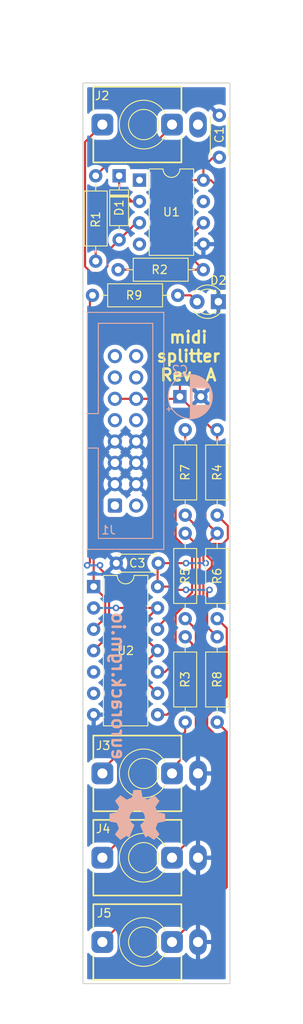
<source format=kicad_pcb>
(kicad_pcb (version 20211014) (generator pcbnew)
  (title_block (title "midi-splitter") (date "2022-11-20") (rev "A"))
  (layers (0 "F.Cu" signal) (31 "B.Cu" signal) (34 "B.Paste" user) (35 "F.Paste" user) (36 "B.SilkS" user "B.Silkscreen") (37 "F.SilkS" user "F.Silkscreen") (38 "B.Mask" user) (39 "F.Mask" user) (44 "Edge.Cuts" user))
  (net 0 "")
  (net 1 "GND")
  (net 2 "+5V")
  (net 3 "Net-(D1-Pad2)")
  (net 4 "Net-(D1-Pad1)")
  (net 5 "MIDI_IN")
  (net 6 "Net-(J2-PadR)")
  (net 7 "Net-(J3-PadT)")
  (net 8 "Net-(J3-PadR)")
  (net 9 "Net-(J4-PadT)")
  (net 10 "Net-(J4-PadR)")
  (net 11 "Net-(J5-PadT)")
  (net 12 "Net-(J5-PadR)")
  (net 13 "MIDI_OUT_1")
  (net 14 "MIDI_OUT_2")
  (net 15 "MIDI_OUT_3")
  (net 16 "Net-(D2-Pad2)")
  (net 17 "LED")
  (net 29 "Net-(U2-Pad11)")
  (footprint "Capacitor_THT:C_Disc_D4.3mm_W1.9mm_P5.00mm" (layer "F.Cu") (at 157.597 57.11 90)
    (fp_text reference "C1" (at 2.667 0 90) (layer "F.SilkS"))
    (fp_text value "100n")
    (pad "1" thru_hole circle (at 0 0 90) (size 1.6 1.6) (drill 0.8) (layers *.Cu *.Mask) (net 2 "+5V"))
    (pad "2" thru_hole circle (at 5 0 90) (size 1.6 1.6) (drill 0.8) (layers *.Cu *.Mask) (net 1 "GND"))
  )
  (footprint "LED_THT:LED_D3.0mm" (layer "F.Cu") (at 157.485 74.295 180)
    (fp_text reference "D2" (at 0.005 2.54 180) (layer "F.SilkS"))
    (fp_text value "LED")
    (pad "1" thru_hole rect (at 0 0 180) (size 1.8 1.8) (drill 0.9) (layers *.Cu *.Mask) (net 1 "GND"))
    (pad "2" thru_hole circle (at 2.54 0 180) (size 1.8 1.8) (drill 0.9) (layers *.Cu *.Mask) (net 16 "Net-(D2-Pad2)"))
  )
  (footprint "Diode_THT:D_DO-35_SOD27_P7.62mm_Horizontal" (layer "F.Cu") (at 145.659 59.309 -90)
    (fp_text reference "D1" (at 3.81 0 90) (layer "F.SilkS"))
    (fp_text value "1N4148")
    (pad "1" thru_hole rect (at 0 0 270) (size 1.6 1.6) (drill 0.8) (layers *.Cu *.Mask) (net 4 "Net-(D1-Pad1)"))
    (pad "2" thru_hole oval (at 7.62 0 270) (size 1.6 1.6) (drill 0.8) (layers *.Cu *.Mask) (net 3 "Net-(D1-Pad2)"))
  )
  (footprint "eurorack:Jack_3.5mm_QingPu_WQP-PJ366ST_Vertical" (layer "F.Cu") (at 148.58 53.213 90)
    (fp_text reference "J2" (at 3.429 -4.953 180) (layer "F.SilkS"))
    (fp_text value "Thonkiconn ST")
    (pad "R" thru_hole roundrect (at 0 3.38 90) (size 2.6 2.6) (drill 1.2) (layers *.Cu *.Mask) (net 6 "Net-(J2-PadR)"))
    (pad "S" thru_hole oval (at 0 6.48 90) (size 3.1 2.1) (drill 1.2) (layers *.Cu *.Mask))
    (pad "T" thru_hole roundrect (at 0 -4.92 90) (size 2.6 2.6) (drill 1.2) (layers *.Cu *.Mask) (net 3 "Net-(D1-Pad2)"))
  )
  (footprint "eurorack:Jack_3.5mm_QingPu_WQP-PJ366ST_Vertical" (layer "F.Cu") (at 148.58 130.429 90)
    (fp_text reference "J3" (at 3.302 -4.826) (layer "F.SilkS"))
    (fp_text value "Thonkiconn ST")
    (pad "R" thru_hole roundrect (at 0 3.38 90) (size 2.6 2.6) (drill 1.2) (layers *.Cu *.Mask) (net 8 "Net-(J3-PadR)"))
    (pad "S" thru_hole oval (at 0 6.48 90) (size 3.1 2.1) (drill 1.2) (layers *.Cu *.Mask) (net 1 "GND"))
    (pad "T" thru_hole roundrect (at 0 -4.92 90) (size 2.6 2.6) (drill 1.2) (layers *.Cu *.Mask) (net 7 "Net-(J3-PadT)"))
  )
  (footprint "eurorack:Jack_3.5mm_QingPu_WQP-PJ366ST_Vertical" (layer "F.Cu") (at 148.58 140.462 90)
    (fp_text reference "J4" (at 3.429 -4.826) (layer "F.SilkS"))
    (fp_text value "Thonkiconn ST")
    (pad "R" thru_hole roundrect (at 0 3.38 90) (size 2.6 2.6) (drill 1.2) (layers *.Cu *.Mask) (net 10 "Net-(J4-PadR)"))
    (pad "S" thru_hole oval (at 0 6.48 90) (size 3.1 2.1) (drill 1.2) (layers *.Cu *.Mask) (net 1 "GND"))
    (pad "T" thru_hole roundrect (at 0 -4.92 90) (size 2.6 2.6) (drill 1.2) (layers *.Cu *.Mask) (net 9 "Net-(J4-PadT)"))
  )
  (footprint "eurorack:Jack_3.5mm_QingPu_WQP-PJ366ST_Vertical" (layer "F.Cu") (at 148.58 150.495 90)
    (fp_text reference "J5" (at 3.429 -4.699) (layer "F.SilkS"))
    (fp_text value "Thonkiconn ST")
    (pad "R" thru_hole roundrect (at 0 3.38 90) (size 2.6 2.6) (drill 1.2) (layers *.Cu *.Mask) (net 12 "Net-(J5-PadR)"))
    (pad "S" thru_hole oval (at 0 6.48 90) (size 3.1 2.1) (drill 1.2) (layers *.Cu *.Mask) (net 1 "GND"))
    (pad "T" thru_hole roundrect (at 0 -4.92 90) (size 2.6 2.6) (drill 1.2) (layers *.Cu *.Mask) (net 11 "Net-(J5-PadT)"))
  )
  (footprint "Resistor_THT:R_Axial_DIN0207_L6.3mm_D2.5mm_P10.16mm_Horizontal" (layer "F.Cu") (at 142.865 59.309 -90)
    (fp_text reference "R1" (at 5.207 0 90) (layer "F.SilkS"))
    (fp_text value "220R")
    (pad "1" thru_hole circle (at 0 0 270) (size 1.6 1.6) (drill 0.8) (layers *.Cu *.Mask) (net 6 "Net-(J2-PadR)"))
    (pad "2" thru_hole oval (at 10.16 0 270) (size 1.6 1.6) (drill 0.8) (layers *.Cu *.Mask) (net 4 "Net-(D1-Pad1)"))
  )
  (footprint "Resistor_THT:R_Axial_DIN0207_L6.3mm_D2.5mm_P10.16mm_Horizontal" (layer "F.Cu") (at 145.532 70.485)
    (fp_text reference "R2" (at 4.953 0) (layer "F.SilkS"))
    (fp_text value "10k")
    (pad "1" thru_hole circle (at 0 0) (size 1.6 1.6) (drill 0.8) (layers *.Cu *.Mask) (net 2 "+5V"))
    (pad "2" thru_hole oval (at 10.16 0) (size 1.6 1.6) (drill 0.8) (layers *.Cu *.Mask) (net 5 "MIDI_IN"))
  )
  (footprint "Resistor_THT:R_Axial_DIN0207_L6.3mm_D2.5mm_P10.16mm_Horizontal" (layer "F.Cu") (at 153.533 114.173 -90)
    (fp_text reference "R3" (at 5.08 0 90) (layer "F.SilkS"))
    (fp_text value "220R")
    (pad "1" thru_hole circle (at 0 0 270) (size 1.6 1.6) (drill 0.8) (layers *.Cu *.Mask) (net 13 "MIDI_OUT_1"))
    (pad "2" thru_hole oval (at 10.16 0 270) (size 1.6 1.6) (drill 0.8) (layers *.Cu *.Mask) (net 7 "Net-(J3-PadT)"))
  )
  (footprint "Resistor_THT:R_Axial_DIN0207_L6.3mm_D2.5mm_P10.16mm_Horizontal" (layer "F.Cu") (at 157.343 89.535 -90)
    (fp_text reference "R4" (at 5.08 0 90) (layer "F.SilkS"))
    (fp_text value "220R")
    (pad "1" thru_hole circle (at 0 0 270) (size 1.6 1.6) (drill 0.8) (layers *.Cu *.Mask) (net 2 "+5V"))
    (pad "2" thru_hole oval (at 10.16 0 270) (size 1.6 1.6) (drill 0.8) (layers *.Cu *.Mask) (net 8 "Net-(J3-PadR)"))
  )
  (footprint "Resistor_THT:R_Axial_DIN0207_L6.3mm_D2.5mm_P10.16mm_Horizontal" (layer "F.Cu") (at 153.533 101.854 -90)
    (fp_text reference "R5" (at 5.08 0 90) (layer "F.SilkS"))
    (fp_text value "220R")
    (pad "1" thru_hole circle (at 0 0 270) (size 1.6 1.6) (drill 0.8) (layers *.Cu *.Mask) (net 14 "MIDI_OUT_2"))
    (pad "2" thru_hole oval (at 10.16 0 270) (size 1.6 1.6) (drill 0.8) (layers *.Cu *.Mask) (net 9 "Net-(J4-PadT)"))
  )
  (footprint "Resistor_THT:R_Axial_DIN0207_L6.3mm_D2.5mm_P10.16mm_Horizontal" (layer "F.Cu") (at 157.343 101.854 -90)
    (fp_text reference "R6" (at 5.08 0 90) (layer "F.SilkS"))
    (fp_text value "220R")
    (pad "1" thru_hole circle (at 0 0 270) (size 1.6 1.6) (drill 0.8) (layers *.Cu *.Mask) (net 2 "+5V"))
    (pad "2" thru_hole oval (at 10.16 0 270) (size 1.6 1.6) (drill 0.8) (layers *.Cu *.Mask) (net 10 "Net-(J4-PadR)"))
  )
  (footprint "Resistor_THT:R_Axial_DIN0207_L6.3mm_D2.5mm_P10.16mm_Horizontal" (layer "F.Cu") (at 153.533 89.535 -90)
    (fp_text reference "R7" (at 5.08 0 90) (layer "F.SilkS"))
    (fp_text value "220R")
    (pad "1" thru_hole circle (at 0 0 270) (size 1.6 1.6) (drill 0.8) (layers *.Cu *.Mask) (net 15 "MIDI_OUT_3"))
    (pad "2" thru_hole oval (at 10.16 0 270) (size 1.6 1.6) (drill 0.8) (layers *.Cu *.Mask) (net 11 "Net-(J5-PadT)"))
  )
  (footprint "Resistor_THT:R_Axial_DIN0207_L6.3mm_D2.5mm_P10.16mm_Horizontal" (layer "F.Cu") (at 157.343 114.173 -90)
    (fp_text reference "R8" (at 5.08 0 90) (layer "F.SilkS"))
    (fp_text value "220R")
    (pad "1" thru_hole circle (at 0 0 270) (size 1.6 1.6) (drill 0.8) (layers *.Cu *.Mask) (net 2 "+5V"))
    (pad "2" thru_hole oval (at 10.16 0 270) (size 1.6 1.6) (drill 0.8) (layers *.Cu *.Mask) (net 12 "Net-(J5-PadR)"))
  )
  (footprint "Package_DIP:DIP-8_W7.62mm" (layer "F.Cu") (at 148.082 59.827)
    (fp_text reference "U1" (at 3.81 3.8) (layer "F.SilkS"))
    (fp_text value "6N137")
    (pad "1" thru_hole rect (at 0 0) (size 1.6 1.6) (drill 0.8) (layers *.Cu *.Mask))
    (pad "2" thru_hole oval (at 0 2.54) (size 1.6 1.6) (drill 0.8) (layers *.Cu *.Mask) (net 4 "Net-(D1-Pad1)"))
    (pad "3" thru_hole oval (at 0 5.08) (size 1.6 1.6) (drill 0.8) (layers *.Cu *.Mask) (net 3 "Net-(D1-Pad2)"))
    (pad "4" thru_hole oval (at 0 7.62) (size 1.6 1.6) (drill 0.8) (layers *.Cu *.Mask))
    (pad "5" thru_hole oval (at 7.62 7.62) (size 1.6 1.6) (drill 0.8) (layers *.Cu *.Mask) (net 1 "GND"))
    (pad "6" thru_hole oval (at 7.62 5.08) (size 1.6 1.6) (drill 0.8) (layers *.Cu *.Mask) (net 5 "MIDI_IN"))
    (pad "7" thru_hole oval (at 7.62 2.54) (size 1.6 1.6) (drill 0.8) (layers *.Cu *.Mask))
    (pad "8" thru_hole oval (at 7.62 0) (size 1.6 1.6) (drill 0.8) (layers *.Cu *.Mask) (net 2 "+5V"))
  )
  (footprint "Resistor_THT:R_Axial_DIN0207_L6.3mm_D2.5mm_P10.16mm_Horizontal" (layer "F.Cu") (at 142.484 73.533)
    (fp_text reference "R9" (at 4.953 0) (layer "F.SilkS"))
    (fp_text value "2k2")
    (pad "1" thru_hole circle (at 0 0) (size 1.6 1.6) (drill 0.8) (layers *.Cu *.Mask) (net 17 "LED"))
    (pad "2" thru_hole oval (at 10.16 0) (size 1.6 1.6) (drill 0.8) (layers *.Cu *.Mask) (net 16 "Net-(D2-Pad2)"))
  )
  (footprint "Capacitor_THT:C_Disc_D4.3mm_W1.9mm_P5.00mm" (layer "F.Cu") (at 150.318 105.41 180)
    (fp_text reference "C3" (at 2.5 0) (layer "F.SilkS"))
    (fp_text value "100n")
    (pad "1" thru_hole circle (at 0 0 180) (size 1.6 1.6) (drill 0.8) (layers *.Cu *.Mask) (net 2 "+5V"))
    (pad "2" thru_hole circle (at 5 0 180) (size 1.6 1.6) (drill 0.8) (layers *.Cu *.Mask) (net 1 "GND"))
  )
  (footprint "Package_DIP:DIP-14_W7.62mm" (layer "F.Cu") (at 142.621 108.199)
    (fp_text reference "U2" (at 3.81 7.625) (layer "F.SilkS"))
    (fp_text value "74HC14")
    (pad "1" thru_hole rect (at 0 0) (size 1.6 1.6) (drill 0.8) (layers *.Cu *.Mask) (net 5 "MIDI_IN"))
    (pad "2" thru_hole oval (at 0 2.54) (size 1.6 1.6) (drill 0.8) (layers *.Cu *.Mask) (net 29 "Net-(U2-Pad11)"))
    (pad "3" thru_hole oval (at 0 5.08) (size 1.6 1.6) (drill 0.8) (layers *.Cu *.Mask) (net 5 "MIDI_IN"))
    (pad "4" thru_hole oval (at 0 7.62) (size 1.6 1.6) (drill 0.8) (layers *.Cu *.Mask) (net 17 "LED"))
    (pad "5" thru_hole oval (at 0 10.16) (size 1.6 1.6) (drill 0.8) (layers *.Cu *.Mask))
    (pad "6" thru_hole oval (at 0 12.7) (size 1.6 1.6) (drill 0.8) (layers *.Cu *.Mask))
    (pad "7" thru_hole oval (at 0 15.24) (size 1.6 1.6) (drill 0.8) (layers *.Cu *.Mask) (net 1 "GND"))
    (pad "8" thru_hole oval (at 7.62 15.24) (size 1.6 1.6) (drill 0.8) (layers *.Cu *.Mask) (net 13 "MIDI_OUT_1"))
    (pad "9" thru_hole oval (at 7.62 12.7) (size 1.6 1.6) (drill 0.8) (layers *.Cu *.Mask) (net 29 "Net-(U2-Pad11)"))
    (pad "10" thru_hole oval (at 7.62 10.16) (size 1.6 1.6) (drill 0.8) (layers *.Cu *.Mask) (net 14 "MIDI_OUT_2"))
    (pad "11" thru_hole oval (at 7.62 7.62) (size 1.6 1.6) (drill 0.8) (layers *.Cu *.Mask) (net 29 "Net-(U2-Pad11)"))
    (pad "12" thru_hole oval (at 7.62 5.08) (size 1.6 1.6) (drill 0.8) (layers *.Cu *.Mask) (net 15 "MIDI_OUT_3"))
    (pad "13" thru_hole oval (at 7.62 2.54) (size 1.6 1.6) (drill 0.8) (layers *.Cu *.Mask) (net 29 "Net-(U2-Pad11)"))
    (pad "14" thru_hole oval (at 7.62 0) (size 1.6 1.6) (drill 0.8) (layers *.Cu *.Mask) (net 2 "+5V"))
  )
  (footprint "eurorack:Eurorack_PCB_4HP" (layer "F.Cu") (at 150.104 101.854)
    (fp_text reference "REF**" hide)
    (fp_text value "Eurorack_PCB_4HP" hide)
    (fp_rect (start 8.763 53.594) (end -8.763 -53.594) (layer "Edge.Cuts") (width 0.12) (fill none))
  )
  (footprint "Capacitor_THT:CP_Radial_D5.0mm_P2.50mm" (layer "B.Cu") (at 152.898 85.598)
    (fp_text reference "C2" (at 0 -3.175) (layer "B.SilkS") (effects (justify mirror)))
    (fp_text value "10u")
    (pad "1" thru_hole rect (at 0 0) (size 1.6 1.6) (drill 0.8) (layers *.Cu *.Mask) (net 2 "+5V"))
    (pad "2" thru_hole circle (at 2.5 0) (size 1.6 1.6) (drill 0.8) (layers *.Cu *.Mask) (net 1 "GND"))
  )
  (footprint "eurorack:IDC-Header_2x08_P2.54mm_Vertical" (layer "B.Cu") (at 145.151 98.552)
    (fp_text reference "J1" (at -0.762 2.921) (layer "B.SilkS") (effects (justify mirror)))
    (fp_text value "Eurorack PSU")
    (pad "1" thru_hole roundrect (at 0 0) (size 1.7 1.7) (drill 1) (layers *.Cu *.Mask) (roundrect_rratio 0.1470588235))
    (pad "2" thru_hole circle (at 2.54 0) (size 1.7 1.7) (drill 1) (layers *.Cu *.Mask))
    (pad "3" thru_hole circle (at 0 -2.54) (size 1.7 1.7) (drill 1) (layers *.Cu *.Mask) (net 1 "GND"))
    (pad "4" thru_hole circle (at 2.54 -2.54) (size 1.7 1.7) (drill 1) (layers *.Cu *.Mask) (net 1 "GND"))
    (pad "5" thru_hole circle (at 0 -5.08) (size 1.7 1.7) (drill 1) (layers *.Cu *.Mask) (net 1 "GND"))
    (pad "6" thru_hole circle (at 2.54 -5.08) (size 1.7 1.7) (drill 1) (layers *.Cu *.Mask) (net 1 "GND"))
    (pad "7" thru_hole circle (at 0 -7.62) (size 1.7 1.7) (drill 1) (layers *.Cu *.Mask) (net 1 "GND"))
    (pad "8" thru_hole circle (at 2.54 -7.62) (size 1.7 1.7) (drill 1) (layers *.Cu *.Mask) (net 1 "GND"))
    (pad "9" thru_hole circle (at 0 -10.16) (size 1.7 1.7) (drill 1) (layers *.Cu *.Mask))
    (pad "10" thru_hole circle (at 2.54 -10.16) (size 1.7 1.7) (drill 1) (layers *.Cu *.Mask))
    (pad "11" thru_hole circle (at 0 -12.7) (size 1.7 1.7) (drill 1) (layers *.Cu *.Mask) (net 2 "+5V"))
    (pad "12" thru_hole circle (at 2.54 -12.7) (size 1.7 1.7) (drill 1) (layers *.Cu *.Mask) (net 2 "+5V"))
    (pad "13" thru_hole circle (at 0 -15.24) (size 1.7 1.7) (drill 1) (layers *.Cu *.Mask))
    (pad "14" thru_hole circle (at 2.54 -15.24) (size 1.7 1.7) (drill 1) (layers *.Cu *.Mask))
    (pad "15" thru_hole circle (at 0 -17.78) (size 1.7 1.7) (drill 1) (layers *.Cu *.Mask))
    (pad "16" thru_hole circle (at 2.54 -17.78) (size 1.7 1.7) (drill 1) (layers *.Cu *.Mask))
  )
  (footprint "Symbol:OSHW-Symbol_6.7x6mm_SilkScreen" (layer "B.Cu") (at 147.828 135.382 180)
    (fp_text reference "REF**" hide)
    (fp_text value "OSHW-Symbol_6.7x6mm_SilkScreen" hide)
  )
  (gr_text "eurorack.rgm.io" (at 145.542 120.015 270) (layer "B.SilkS") (effects (font (size 1.5 1.5) (thickness 0.3)) (justify mirror)))
  (gr_text "midi\nsplitter\nRev. A" (at 153.914 80.772) (layer "F.SilkS") (effects (font (size 1.4 1.4) (thickness 0.3))))
  (segment (start 156.591 59.827) (end 155.702 59.827) (width 0.25) (layer "F.Cu") (net 2))
  (segment (start 155.703 103.494) (end 157.343 101.854) (width 0.25) (layer "F.Cu") (net 2))
  (segment (start 152.39 108.585) (end 152.004 108.199) (width 0.25) (layer "F.Cu") (net 2))
  (segment (start 156.4275 108.585) (end 156.153 108.8595) (width 0.25) (layer "F.Cu") (net 2))
  (segment (start 152.004 108.199) (end 150.241 108.199) (width 0.25) (layer "F.Cu") (net 2))
  (segment (start 145.532 70.485) (end 148.961 70.485) (width 0.25) (layer "F.Cu") (net 2))
  (segment (start 157.724 70.485) (end 157.724 60.96) (width 0.25) (layer "F.Cu") (net 2))
  (segment (start 155.9775 105.41) (end 155.703 105.1355) (width 0.25) (layer "F.Cu") (net 2))
  (segment (start 151.12 76.2) (end 151.12 72.898) (width 0.25) (layer "F.Cu") (net 2))
  (segment (start 150.241 108.199) (end 150.241 105.487) (width 0.25) (layer "F.Cu") (net 2))
  (segment (start 154.031 59.827) (end 155.702 59.827) (width 0.25) (layer "F.Cu") (net 2))
  (segment (start 155.946 98.933) (end 157.343 97.536) (width 0.25) (layer "F.Cu") (net 2))
  (segment (start 155.702 58.283) (end 156.875 57.11) (width 0.25) (layer "F.Cu") (net 2))
  (segment (start 155.702 59.827) (end 155.702 58.283) (width 0.25) (layer "F.Cu") (net 2))
  (segment (start 157.343 101.854) (end 155.946 100.457) (width 0.25) (layer "F.Cu") (net 2))
  (segment (start 156.875 57.11) (end 157.597 57.11) (width 0.25) (layer "F.Cu") (net 2))
  (segment (start 151.12 72.898) (end 152.009 72.009) (width 0.25) (layer "F.Cu") (net 2))
  (segment (start 151.882 67.564) (end 151.882 61.976) (width 0.25) (layer "F.Cu") (net 2))
  (segment (start 155.946 100.457) (end 155.946 98.933) (width 0.25) (layer "F.Cu") (net 2))
  (segment (start 157.343 97.536) (end 157.343 89.535) (width 0.25) (layer "F.Cu") (net 2))
  (segment (start 145.151 85.852) (end 147.691 85.852) (width 0.25) (layer "F.Cu") (net 2))
  (segment (start 152.644 85.852) (end 147.691 85.852) (width 0.25) (layer "F.Cu") (net 2))
  (segment (start 152.009 72.009) (end 156.2 72.009) (width 0.25) (layer "F.Cu") (net 2))
  (segment (start 151.882 61.976) (end 154.031 59.827) (width 0.25) (layer "F.Cu") (net 2))
  (segment (start 156.835 89.535) (end 152.898 85.598) (width 0.25) (layer "F.Cu") (net 2))
  (segment (start 150.318 105.41) (end 153.6285 105.41) (width 0.25) (layer "F.Cu") (net 2))
  (segment (start 156.2 72.009) (end 157.724 70.485) (width 0.25) (layer "F.Cu") (net 2))
  (segment (start 150.241 105.487) (end 150.318 105.41) (width 0.25) (layer "F.Cu") (net 2))
  (segment (start 153.6285 108.585) (end 152.39 108.585) (width 0.25) (layer "F.Cu") (net 2))
  (segment (start 152.898 85.598) (end 152.898 77.978) (width 0.25) (layer "F.Cu") (net 2))
  (segment (start 157.343 89.535) (end 156.835 89.535) (width 0.25) (layer "F.Cu") (net 2))
  (segment (start 152.898 77.978) (end 151.12 76.2) (width 0.25) (layer "F.Cu") (net 2))
  (segment (start 157.724 60.96) (end 156.591 59.827) (width 0.25) (layer "F.Cu") (net 2))
  (segment (start 152.898 85.598) (end 152.644 85.852) (width 0.25) (layer "F.Cu") (net 2))
  (segment (start 148.961 70.485) (end 151.882 67.564) (width 0.25) (layer "F.Cu") (net 2))
  (segment (start 156.153 112.983) (end 157.343 114.173) (width 0.25) (layer "F.Cu") (net 2))
  (segment (start 156.153 108.8595) (end 156.153 112.983) (width 0.25) (layer "F.Cu") (net 2))
  (segment (start 155.703 105.1355) (end 155.703 103.494) (width 0.25) (layer "F.Cu") (net 2))
  (via (at 153.6285 105.41) (size 0.8) (drill 0.4) (layers "F.Cu" "B.Cu") (net 2))
  (via (at 156.4275 108.585) (size 0.8) (drill 0.4) (layers "F.Cu" "B.Cu") (net 2))
  (via (at 155.9775 105.41) (size 0.8) (drill 0.4) (layers "F.Cu" "B.Cu") (net 2))
  (via (at 153.6285 108.585) (size 0.8) (drill 0.4) (layers "F.Cu" "B.Cu") (net 2))
  (segment (start 156.4275 108.585) (end 153.6285 108.585) (width 0.25) (layer "B.Cu") (net 2))
  (segment (start 155.9775 105.41) (end 153.6285 105.41) (width 0.25) (layer "B.Cu") (net 2))
  (segment (start 144.262 70.104) (end 144.262 68.326) (width 0.25) (layer "F.Cu") (net 3))
  (segment (start 143.5 70.866) (end 144.262 70.104) (width 0.25) (layer "F.Cu") (net 3))
  (segment (start 141.595 55.278) (end 141.595 70.104) (width 0.25) (layer "F.Cu") (net 3))
  (segment (start 145.659 66.929) (end 147.681 64.907) (width 0.25) (layer "F.Cu") (net 3))
  (segment (start 142.357 70.866) (end 143.5 70.866) (width 0.25) (layer "F.Cu") (net 3))
  (segment (start 141.595 70.104) (end 142.357 70.866) (width 0.25) (layer "F.Cu") (net 3))
  (segment (start 143.66 53.213) (end 141.595 55.278) (width 0.25) (layer "F.Cu") (net 3))
  (segment (start 147.681 64.907) (end 148.082 64.907) (width 0.25) (layer "F.Cu") (net 3))
  (segment (start 144.262 68.326) (end 145.659 66.929) (width 0.25) (layer "F.Cu") (net 3))
  (segment (start 145.903 62.367) (end 148.082 62.367) (width 0.25) (layer "F.Cu") (net 4))
  (segment (start 145.659 59.309) (end 145.659 60.833) (width 0.25) (layer "F.Cu") (net 4))
  (segment (start 145.659 60.833) (end 147.193 62.367) (width 0.25) (layer "F.Cu") (net 4))
  (segment (start 142.865 65.405) (end 145.903 62.367) (width 0.25) (layer "F.Cu") (net 4))
  (segment (start 147.193 62.367) (end 148.082 62.367) (width 0.25) (layer "F.Cu") (net 4))
  (segment (start 142.865 69.469) (end 142.865 65.405) (width 0.25) (layer "F.Cu") (net 4))
  (segment (start 144.008 109.586) (end 142.621 108.199) (width 0.25) (layer "F.Cu") (net 5))
  (segment (start 142.621 78.603) (end 150.739 70.485) (width 0.25) (layer "F.Cu") (net 5))
  (segment (start 150.739 70.485) (end 155.692 70.485) (width 0.25) (layer "F.Cu") (net 5))
  (segment (start 142.621 108.199) (end 142.621 78.603) (width 0.25) (layer "F.Cu") (net 5))
  (segment (start 154.041 66.568) (end 154.041 68.834) (width 0.25) (layer "F.Cu") (net 5))
  (segment (start 144.008 111.892) (end 144.008 109.586) (width 0.25) (layer "F.Cu") (net 5))
  (segment (start 154.041 68.834) (end 155.692 70.485) (width 0.25) (layer "F.Cu") (net 5))
  (segment (start 142.621 113.279) (end 144.008 111.892) (width 0.25) (layer "F.Cu") (net 5))
  (segment (start 155.702 64.907) (end 154.041 66.568) (width 0.25) (layer "F.Cu") (net 5))
  (segment (start 145.532 56.642) (end 148.707 56.642) (width 0.25) (layer "F.Cu") (net 6))
  (segment (start 151.96 53.389) (end 151.96 53.213) (width 0.25) (layer "F.Cu") (net 6))
  (segment (start 142.865 59.309) (end 145.532 56.642) (width 0.25) (layer "F.Cu") (net 6))
  (segment (start 148.707 56.642) (end 151.96 53.389) (width 0.25) (layer "F.Cu") (net 6))
  (segment (start 147.631604 126.042) (end 152.967 126.042) (width 0.25) (layer "F.Cu") (net 7))
  (segment (start 153.533 125.476) (end 153.533 124.333) (width 0.25) (layer "F.Cu") (net 7))
  (segment (start 152.967 126.042) (end 153.533 125.476) (width 0.25) (layer "F.Cu") (net 7))
  (segment (start 143.66 130.013604) (end 147.631604 126.042) (width 0.25) (layer "F.Cu") (net 7))
  (segment (start 143.66 130.429) (end 143.66 130.013604) (width 0.25) (layer "F.Cu") (net 7))
  (segment (start 156.7025 105.7965) (end 155.703 106.796) (width 0.25) (layer "F.Cu") (net 8))
  (segment (start 151.96 129.843) (end 151.96 130.429) (width 0.25) (layer "F.Cu") (net 8))
  (segment (start 157.343 99.695) (end 158.613 100.965) (width 0.25) (layer "F.Cu") (net 8))
  (segment (start 154.413792 127.392) (end 154.411 127.392) (width 0.25) (layer "F.Cu") (net 8))
  (segment (start 156.153 103.680396) (end 156.153 104.560195) (width 0.25) (layer "F.Cu") (net 8))
  (segment (start 158.613 100.965) (end 158.613 102.499) (width 0.25) (layer "F.Cu") (net 8))
  (segment (start 155.703 126.102792) (end 154.413792 127.392) (width 0.25) (layer "F.Cu") (net 8))
  (segment (start 156.153 104.560195) (end 156.7025 105.109695) (width 0.25) (layer "F.Cu") (net 8))
  (segment (start 154.411 127.392) (end 151.96 129.843) (width 0.25) (layer "F.Cu") (net 8))
  (segment (start 156.7025 105.109695) (end 156.7025 105.7965) (width 0.25) (layer "F.Cu") (net 8))
  (segment (start 156.709396 103.124) (end 156.153 103.680396) (width 0.25) (layer "F.Cu") (net 8))
  (segment (start 158.613 102.499) (end 157.988 103.124) (width 0.25) (layer "F.Cu") (net 8))
  (segment (start 155.703 106.796) (end 155.703 126.102792) (width 0.25) (layer "F.Cu") (net 8))
  (segment (start 157.988 103.124) (end 156.709396 103.124) (width 0.25) (layer "F.Cu") (net 8))
  (segment (start 154.803 113.284) (end 154.803 125.73) (width 0.25) (layer "F.Cu") (net 9))
  (segment (start 154.041 126.492) (end 147.818 126.492) (width 0.25) (layer "F.Cu") (net 9))
  (segment (start 153.533 112.014) (end 154.803 113.284) (width 0.25) (layer "F.Cu") (net 9))
  (segment (start 147.818 126.492) (end 145.532 128.778) (width 0.25) (layer "F.Cu") (net 9))
  (segment (start 154.803 125.73) (end 154.041 126.492) (width 0.25) (layer "F.Cu") (net 9))
  (segment (start 145.532 138.59) (end 143.66 140.462) (width 0.25) (layer "F.Cu") (net 9))
  (segment (start 145.532 128.778) (end 145.532 138.59) (width 0.25) (layer "F.Cu") (net 9))
  (segment (start 157.343 112.014) (end 158.486 113.157) (width 0.25) (layer "F.Cu") (net 10))
  (segment (start 156.153 124.863) (end 158.036 126.746) (width 0.25) (layer "F.Cu") (net 10))
  (segment (start 156.153 123.618) (end 156.153 124.863) (width 0.25) (layer "F.Cu") (net 10))
  (segment (start 158.036 134.386) (end 151.96 140.462) (width 0.25) (layer "F.Cu") (net 10))
  (segment (start 158.486 113.157) (end 158.486 121.285) (width 0.25) (layer "F.Cu") (net 10))
  (segment (start 158.036 126.746) (end 158.036 134.386) (width 0.25) (layer "F.Cu") (net 10))
  (segment (start 158.486 121.285) (end 156.153 123.618) (width 0.25) (layer "F.Cu") (net 10))
  (segment (start 154.227396 126.942) (end 148.004396 126.942) (width 0.25) (layer "F.Cu") (net 11))
  (segment (start 153.533 99.695) (end 155.253 101.415) (width 0.25) (layer "F.Cu") (net 11))
  (segment (start 155.253 101.415) (end 155.253 125.916396) (width 0.25) (layer "F.Cu") (net 11))
  (segment (start 148.004396 126.942) (end 145.982 128.964396) (width 0.25) (layer "F.Cu") (net 11))
  (segment (start 145.982 148.173) (end 143.66 150.495) (width 0.25) (layer "F.Cu") (net 11))
  (segment (start 145.982 128.964396) (end 145.982 148.173) (width 0.25) (layer "F.Cu") (net 11))
  (segment (start 155.253 125.916396) (end 154.227396 126.942) (width 0.25) (layer "F.Cu") (net 11))
  (segment (start 158.486 143.969) (end 158.486 125.476) (width 0.25) (layer "F.Cu") (net 12))
  (segment (start 151.96 150.495) (end 158.486 143.969) (width 0.25) (layer "F.Cu") (net 12))
  (segment (start 158.486 125.476) (end 157.343 124.333) (width 0.25) (layer "F.Cu") (net 12))
  (segment (start 154.353 120.465) (end 151.379 123.439) (width 0.25) (layer "F.Cu") (net 13))
  (segment (start 153.533 114.173) (end 154.353 114.993) (width 0.25) (layer "F.Cu") (net 13))
  (segment (start 154.353 114.993) (end 154.353 120.465) (width 0.25) (layer "F.Cu") (net 13))
  (segment (start 151.379 123.439) (end 150.241 123.439) (width 0.25) (layer "F.Cu") (net 13))
  (segment (start 152.39 111.506) (end 152.39 117.094) (width 0.25) (layer "F.Cu") (net 14))
  (segment (start 154.803 103.124) (end 154.803 109.093) (width 0.25) (layer "F.Cu") (net 14))
  (segment (start 154.803 109.093) (end 152.39 111.506) (width 0.25) (layer "F.Cu") (net 14))
  (segment (start 153.533 101.854) (end 154.803 103.124) (width 0.25) (layer "F.Cu") (net 14))
  (segment (start 152.39 117.094) (end 151.125 118.359) (width 0.25) (layer "F.Cu") (net 14))
  (segment (start 151.125 118.359) (end 150.241 118.359) (width 0.25) (layer "F.Cu") (net 14))
  (segment (start 152.39 102.362) (end 154.353 104.325) (width 0.25) (layer "F.Cu") (net 15))
  (segment (start 154.353 104.325) (end 154.353 108.906604) (width 0.25) (layer "F.Cu") (net 15))
  (segment (start 153.533 89.535) (end 153.533 97.536) (width 0.25) (layer "F.Cu") (net 15))
  (segment (start 153.533 97.536) (end 152.39 98.679) (width 0.25) (layer "F.Cu") (net 15))
  (segment (start 152.39 98.679) (end 152.39 102.362) (width 0.25) (layer "F.Cu") (net 15))
  (segment (start 150.241 113.018604) (end 150.241 113.279) (width 0.25) (layer "F.Cu") (net 15))
  (segment (start 154.353 108.906604) (end 150.241 113.018604) (width 0.25) (layer "F.Cu") (net 15))
  (segment (start 154.183 73.533) (end 154.945 74.295) (width 0.25) (layer "F.Cu") (net 16))
  (segment (start 152.644 73.533) (end 154.183 73.533) (width 0.25) (layer "F.Cu") (net 16))
  (segment (start 142.171 81.661) (end 142.171 105.156) (width 0.25) (layer "F.Cu") (net 17))
  (segment (start 142.171 105.342) (end 141.849 105.664) (width 0.25) (layer "F.Cu") (net 17))
  (segment (start 142.171 105.156) (end 142.171 105.342) (width 0.25) (layer "F.Cu") (net 17))
  (segment (start 144.458 107.13) (end 144.458 113.982) (width 0.25) (layer "F.Cu") (net 17))
  (segment (start 144.458 113.982) (end 142.621 115.819) (width 0.25) (layer "F.Cu") (net 17))
  (segment (start 143.373 105.664) (end 143.373 106.045) (width 0.25) (layer "F.Cu") (net 17))
  (segment (start 142.171 73.846) (end 142.171 81.661) (width 0.25) (layer "F.Cu") (net 17))
  (segment (start 142.484 73.533) (end 142.171 73.846) (width 0.25) (layer "F.Cu") (net 17))
  (segment (start 143.373 106.045) (end 144.458 107.13) (width 0.25) (layer "F.Cu") (net 17))
  (via (at 141.849 105.664) (size 0.8) (drill 0.4) (layers "F.Cu" "B.Cu") (net 17))
  (via (at 143.373 105.664) (size 0.8) (drill 0.4) (layers "F.Cu" "B.Cu") (net 17))
  (segment (start 141.849 105.664) (end 143.373 105.664) (width 0.25) (layer "B.Cu") (net 17))
  (segment (start 145.283 110.739) (end 150.241 110.739) (width 0.25) (layer "F.Cu") (net 29))
  (segment (start 150.241 120.899) (end 148.834 119.492) (width 0.25) (layer "F.Cu") (net 29))
  (segment (start 148.834 117.226) (end 150.241 115.819) (width 0.25) (layer "F.Cu") (net 29))
  (segment (start 148.834 114.412) (end 148.834 112.146) (width 0.25) (layer "F.Cu") (net 29))
  (segment (start 148.834 112.146) (end 150.241 110.739) (width 0.25) (layer "F.Cu") (net 29))
  (segment (start 148.834 119.492) (end 148.834 117.226) (width 0.25) (layer "F.Cu") (net 29))
  (segment (start 150.241 115.819) (end 148.834 114.412) (width 0.25) (layer "F.Cu") (net 29))
  (via (at 145.283 110.739) (size 0.8) (drill 0.4) (layers "F.Cu" "B.Cu") (net 29))
  (segment (start 142.621 110.739) (end 145.283 110.739) (width 0.25) (layer "B.Cu") (net 29))
  (zone (net 1) (net_name "GND") (layer "B.Cu") (connect_pads (clearance 0.508)) (min_thickness 0.254) (fill yes (thermal_gap 0.508) (thermal_bridge_width 0.508))
    (polygon (pts (xy 158.867 155.448) (xy 141.341 155.448) (xy 141.341 48.26) (xy 158.867 48.26)))
  )
)
</source>
